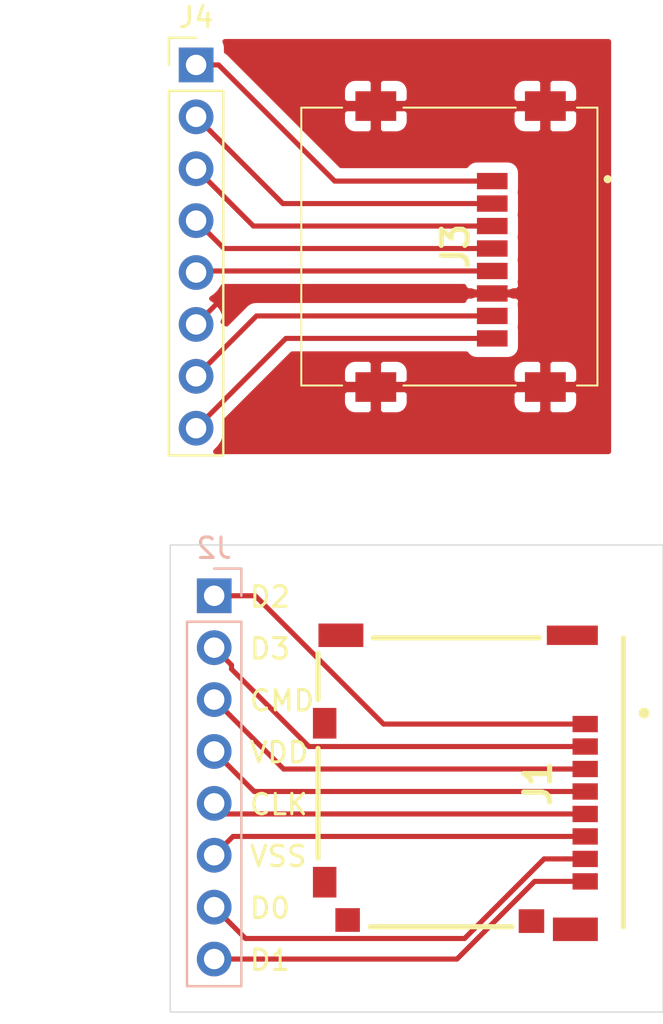
<source format=kicad_pcb>
(kicad_pcb (version 20171130) (host pcbnew "(5.1.5)-3")

  (general
    (thickness 1.6)
    (drawings 12)
    (tracks 43)
    (zones 0)
    (modules 4)
    (nets 17)
  )

  (page A4)
  (layers
    (0 F.Cu signal)
    (31 B.Cu signal)
    (32 B.Adhes user)
    (33 F.Adhes user)
    (34 B.Paste user)
    (35 F.Paste user)
    (36 B.SilkS user)
    (37 F.SilkS user)
    (38 B.Mask user)
    (39 F.Mask user)
    (40 Dwgs.User user)
    (41 Cmts.User user)
    (42 Eco1.User user)
    (43 Eco2.User user)
    (44 Edge.Cuts user)
    (45 Margin user)
    (46 B.CrtYd user)
    (47 F.CrtYd user)
    (48 B.Fab user)
    (49 F.Fab user)
  )

  (setup
    (last_trace_width 0.25)
    (trace_clearance 0.2)
    (zone_clearance 0.508)
    (zone_45_only no)
    (trace_min 0.2)
    (via_size 0.8)
    (via_drill 0.4)
    (via_min_size 0.4)
    (via_min_drill 0.3)
    (uvia_size 0.3)
    (uvia_drill 0.1)
    (uvias_allowed no)
    (uvia_min_size 0.2)
    (uvia_min_drill 0.1)
    (edge_width 0.05)
    (segment_width 0.2)
    (pcb_text_width 0.3)
    (pcb_text_size 1.5 1.5)
    (mod_edge_width 0.12)
    (mod_text_size 1 1)
    (mod_text_width 0.15)
    (pad_size 1.524 1.524)
    (pad_drill 0.762)
    (pad_to_mask_clearance 0.051)
    (solder_mask_min_width 0.25)
    (aux_axis_origin 0 0)
    (visible_elements 7FFFFFFF)
    (pcbplotparams
      (layerselection 0x010fc_ffffffff)
      (usegerberextensions false)
      (usegerberattributes false)
      (usegerberadvancedattributes false)
      (creategerberjobfile false)
      (excludeedgelayer true)
      (linewidth 0.100000)
      (plotframeref false)
      (viasonmask false)
      (mode 1)
      (useauxorigin false)
      (hpglpennumber 1)
      (hpglpenspeed 20)
      (hpglpendiameter 15.000000)
      (psnegative false)
      (psa4output false)
      (plotreference true)
      (plotvalue true)
      (plotinvisibletext false)
      (padsonsilk false)
      (subtractmaskfromsilk false)
      (outputformat 1)
      (mirror false)
      (drillshape 1)
      (scaleselection 1)
      (outputdirectory ""))
  )

  (net 0 "")
  (net 1 "Net-(J1-Pad8)")
  (net 2 "Net-(J1-Pad7)")
  (net 3 "Net-(J1-Pad6)")
  (net 4 "Net-(J1-Pad5)")
  (net 5 "Net-(J1-Pad4)")
  (net 6 "Net-(J1-Pad3)")
  (net 7 "Net-(J1-Pad2)")
  (net 8 "Net-(J1-Pad1)")
  (net 9 "Net-(J3-Pad10)")
  (net 10 "Net-(J3-Pad8)")
  (net 11 "Net-(J3-Pad7)")
  (net 12 "Net-(J3-Pad5)")
  (net 13 "Net-(J3-Pad4)")
  (net 14 "Net-(J3-Pad3)")
  (net 15 "Net-(J3-Pad2)")
  (net 16 "Net-(J3-Pad1)")

  (net_class Default "This is the default net class."
    (clearance 0.2)
    (trace_width 0.25)
    (via_dia 0.8)
    (via_drill 0.4)
    (uvia_dia 0.3)
    (uvia_drill 0.1)
    (add_net "Net-(J1-Pad1)")
    (add_net "Net-(J1-Pad2)")
    (add_net "Net-(J1-Pad3)")
    (add_net "Net-(J1-Pad4)")
    (add_net "Net-(J1-Pad5)")
    (add_net "Net-(J1-Pad6)")
    (add_net "Net-(J1-Pad7)")
    (add_net "Net-(J1-Pad8)")
    (add_net "Net-(J3-Pad1)")
    (add_net "Net-(J3-Pad10)")
    (add_net "Net-(J3-Pad2)")
    (add_net "Net-(J3-Pad3)")
    (add_net "Net-(J3-Pad4)")
    (add_net "Net-(J3-Pad5)")
    (add_net "Net-(J3-Pad7)")
    (add_net "Net-(J3-Pad8)")
  )

  (module Connector_PinHeader_2.54mm:PinHeader_1x08_P2.54mm_Vertical (layer F.Cu) (tedit 59FED5CC) (tstamp 5FCE4AC8)
    (at 134.62 45.72)
    (descr "Through hole straight pin header, 1x08, 2.54mm pitch, single row")
    (tags "Through hole pin header THT 1x08 2.54mm single row")
    (path /5FCE6DD9)
    (fp_text reference J4 (at 0 -2.33) (layer F.SilkS)
      (effects (font (size 1 1) (thickness 0.15)))
    )
    (fp_text value Conn_01x08_MountingPin (at 0 20.11) (layer F.Fab)
      (effects (font (size 1 1) (thickness 0.15)))
    )
    (fp_text user %R (at 0 8.89 90) (layer F.Fab)
      (effects (font (size 1 1) (thickness 0.15)))
    )
    (fp_line (start 1.8 -1.8) (end -1.8 -1.8) (layer F.CrtYd) (width 0.05))
    (fp_line (start 1.8 19.55) (end 1.8 -1.8) (layer F.CrtYd) (width 0.05))
    (fp_line (start -1.8 19.55) (end 1.8 19.55) (layer F.CrtYd) (width 0.05))
    (fp_line (start -1.8 -1.8) (end -1.8 19.55) (layer F.CrtYd) (width 0.05))
    (fp_line (start -1.33 -1.33) (end 0 -1.33) (layer F.SilkS) (width 0.12))
    (fp_line (start -1.33 0) (end -1.33 -1.33) (layer F.SilkS) (width 0.12))
    (fp_line (start -1.33 1.27) (end 1.33 1.27) (layer F.SilkS) (width 0.12))
    (fp_line (start 1.33 1.27) (end 1.33 19.11) (layer F.SilkS) (width 0.12))
    (fp_line (start -1.33 1.27) (end -1.33 19.11) (layer F.SilkS) (width 0.12))
    (fp_line (start -1.33 19.11) (end 1.33 19.11) (layer F.SilkS) (width 0.12))
    (fp_line (start -1.27 -0.635) (end -0.635 -1.27) (layer F.Fab) (width 0.1))
    (fp_line (start -1.27 19.05) (end -1.27 -0.635) (layer F.Fab) (width 0.1))
    (fp_line (start 1.27 19.05) (end -1.27 19.05) (layer F.Fab) (width 0.1))
    (fp_line (start 1.27 -1.27) (end 1.27 19.05) (layer F.Fab) (width 0.1))
    (fp_line (start -0.635 -1.27) (end 1.27 -1.27) (layer F.Fab) (width 0.1))
    (pad 8 thru_hole oval (at 0 17.78) (size 1.7 1.7) (drill 1) (layers *.Cu *.Mask)
      (net 10 "Net-(J3-Pad8)"))
    (pad 7 thru_hole oval (at 0 15.24) (size 1.7 1.7) (drill 1) (layers *.Cu *.Mask)
      (net 11 "Net-(J3-Pad7)"))
    (pad 6 thru_hole oval (at 0 12.7) (size 1.7 1.7) (drill 1) (layers *.Cu *.Mask)
      (net 9 "Net-(J3-Pad10)"))
    (pad 5 thru_hole oval (at 0 10.16) (size 1.7 1.7) (drill 1) (layers *.Cu *.Mask)
      (net 12 "Net-(J3-Pad5)"))
    (pad 4 thru_hole oval (at 0 7.62) (size 1.7 1.7) (drill 1) (layers *.Cu *.Mask)
      (net 13 "Net-(J3-Pad4)"))
    (pad 3 thru_hole oval (at 0 5.08) (size 1.7 1.7) (drill 1) (layers *.Cu *.Mask)
      (net 14 "Net-(J3-Pad3)"))
    (pad 2 thru_hole oval (at 0 2.54) (size 1.7 1.7) (drill 1) (layers *.Cu *.Mask)
      (net 15 "Net-(J3-Pad2)"))
    (pad 1 thru_hole rect (at 0 0) (size 1.7 1.7) (drill 1) (layers *.Cu *.Mask)
      (net 16 "Net-(J3-Pad1)"))
    (model ${KISYS3DMOD}/Connector_PinHeader_2.54mm.3dshapes/PinHeader_1x08_P2.54mm_Vertical.wrl
      (at (xyz 0 0 0))
      (scale (xyz 1 1 1))
      (rotate (xyz 0 0 0))
    )
  )

  (module 47219-2001:472192001 (layer F.Cu) (tedit 5FCDFAD7) (tstamp 5FCE485C)
    (at 147.32 54.61 90)
    (descr 47219-2001)
    (tags Connector)
    (path /5FCE401E)
    (attr smd)
    (fp_text reference J3 (at 0 0 90) (layer F.SilkS)
      (effects (font (size 1.27 1.27) (thickness 0.254)))
    )
    (fp_text value 47219-2001 (at 0 0 90) (layer F.SilkS) hide
      (effects (font (size 1.27 1.27) (thickness 0.254)))
    )
    (fp_arc (start 3.3 7.45) (end 3.4 7.45) (angle 180) (layer F.SilkS) (width 0.2))
    (fp_arc (start 3.3 7.45) (end 3.2 7.45) (angle 180) (layer F.SilkS) (width 0.2))
    (fp_line (start 3.4 7.45) (end 3.4 7.45) (layer F.SilkS) (width 0.2))
    (fp_line (start 3.2 7.45) (end 3.2 7.45) (layer F.SilkS) (width 0.2))
    (fp_line (start 6.8 6.95) (end 6.8 5.95) (layer F.SilkS) (width 0.1))
    (fp_line (start -6.8 6.95) (end 6.8 6.95) (layer F.SilkS) (width 0.1))
    (fp_line (start -6.8 5.95) (end -6.8 6.95) (layer F.SilkS) (width 0.1))
    (fp_line (start 6.8 -2.55) (end 6.8 2.95) (layer F.SilkS) (width 0.1))
    (fp_line (start -6.8 -2.55) (end -6.8 2.95) (layer F.SilkS) (width 0.1))
    (fp_line (start 6.8 -6.05) (end 6.8 -5.55) (layer F.SilkS) (width 0.1))
    (fp_line (start -6.8 -6.05) (end -6.8 -5.55) (layer F.SilkS) (width 0.1))
    (fp_line (start 6.8 -7.55) (end 6.8 -6.05) (layer F.SilkS) (width 0.1))
    (fp_line (start -6.8 -7.55) (end 6.8 -7.55) (layer F.SilkS) (width 0.1))
    (fp_line (start -6.8 -6.05) (end -6.8 -7.55) (layer F.SilkS) (width 0.1))
    (fp_line (start -8.6 8.55) (end -8.6 -8.55) (layer Dwgs.User) (width 0.1))
    (fp_line (start 8.6 8.55) (end -8.6 8.55) (layer Dwgs.User) (width 0.1))
    (fp_line (start 8.6 -8.55) (end 8.6 8.55) (layer Dwgs.User) (width 0.1))
    (fp_line (start -8.6 -8.55) (end 8.6 -8.55) (layer Dwgs.User) (width 0.1))
    (fp_line (start -6.8 6.95) (end -6.8 -7.55) (layer Dwgs.User) (width 0.2))
    (fp_line (start 6.8 6.95) (end -6.8 6.95) (layer Dwgs.User) (width 0.2))
    (fp_line (start 6.8 -7.55) (end 6.8 6.95) (layer Dwgs.User) (width 0.2))
    (fp_line (start -6.8 -7.55) (end 6.8 -7.55) (layer Dwgs.User) (width 0.2))
    (pad 12 smd rect (at 6.875 4.4 90) (size 1.45 2) (layers F.Cu F.Paste F.Mask)
      (net 9 "Net-(J3-Pad10)"))
    (pad 11 smd rect (at 6.875 -3.9 90) (size 1.45 2) (layers F.Cu F.Paste F.Mask)
      (net 9 "Net-(J3-Pad10)"))
    (pad 10 smd rect (at -6.875 -3.9 90) (size 1.45 2) (layers F.Cu F.Paste F.Mask)
      (net 9 "Net-(J3-Pad10)"))
    (pad 9 smd rect (at -6.875 4.4 90) (size 1.45 2) (layers F.Cu F.Paste F.Mask)
      (net 9 "Net-(J3-Pad10)"))
    (pad 8 smd rect (at -4.495 1.8 90) (size 0.8 1.5) (layers F.Cu F.Paste F.Mask)
      (net 10 "Net-(J3-Pad8)"))
    (pad 7 smd rect (at -3.395 1.8 90) (size 0.8 1.5) (layers F.Cu F.Paste F.Mask)
      (net 11 "Net-(J3-Pad7)"))
    (pad 6 smd rect (at -2.295 1.8 90) (size 0.8 1.5) (layers F.Cu F.Paste F.Mask)
      (net 9 "Net-(J3-Pad10)"))
    (pad 5 smd rect (at -1.195 1.8 90) (size 0.8 1.5) (layers F.Cu F.Paste F.Mask)
      (net 12 "Net-(J3-Pad5)"))
    (pad 4 smd rect (at -0.095 1.8 90) (size 0.8 1.5) (layers F.Cu F.Paste F.Mask)
      (net 13 "Net-(J3-Pad4)"))
    (pad 3 smd rect (at 1.005 1.8 90) (size 0.8 1.5) (layers F.Cu F.Paste F.Mask)
      (net 14 "Net-(J3-Pad3)"))
    (pad 2 smd rect (at 2.105 1.8 90) (size 0.8 1.5) (layers F.Cu F.Paste F.Mask)
      (net 15 "Net-(J3-Pad2)"))
    (pad 1 smd rect (at 3.205 1.8 90) (size 0.8 1.5) (layers F.Cu F.Paste F.Mask)
      (net 16 "Net-(J3-Pad1)"))
  )

  (module Connector_PinHeader_2.54mm:PinHeader_1x08_P2.54mm_Vertical (layer B.Cu) (tedit 59FED5CC) (tstamp 5FCE4374)
    (at 135.505001 71.70091 180)
    (descr "Through hole straight pin header, 1x08, 2.54mm pitch, single row")
    (tags "Through hole pin header THT 1x08 2.54mm single row")
    (path /5FCDEE52)
    (fp_text reference J2 (at 0 2.33) (layer B.SilkS)
      (effects (font (size 1 1) (thickness 0.15)) (justify mirror))
    )
    (fp_text value Conn_01x08_MountingPin (at 0 -20.11) (layer B.Fab)
      (effects (font (size 1 1) (thickness 0.15)) (justify mirror))
    )
    (fp_text user %R (at 0 -8.89 270) (layer B.Fab)
      (effects (font (size 1 1) (thickness 0.15)) (justify mirror))
    )
    (fp_line (start 1.8 1.8) (end -1.8 1.8) (layer B.CrtYd) (width 0.05))
    (fp_line (start 1.8 -19.55) (end 1.8 1.8) (layer B.CrtYd) (width 0.05))
    (fp_line (start -1.8 -19.55) (end 1.8 -19.55) (layer B.CrtYd) (width 0.05))
    (fp_line (start -1.8 1.8) (end -1.8 -19.55) (layer B.CrtYd) (width 0.05))
    (fp_line (start -1.33 1.33) (end 0 1.33) (layer B.SilkS) (width 0.12))
    (fp_line (start -1.33 0) (end -1.33 1.33) (layer B.SilkS) (width 0.12))
    (fp_line (start -1.33 -1.27) (end 1.33 -1.27) (layer B.SilkS) (width 0.12))
    (fp_line (start 1.33 -1.27) (end 1.33 -19.11) (layer B.SilkS) (width 0.12))
    (fp_line (start -1.33 -1.27) (end -1.33 -19.11) (layer B.SilkS) (width 0.12))
    (fp_line (start -1.33 -19.11) (end 1.33 -19.11) (layer B.SilkS) (width 0.12))
    (fp_line (start -1.27 0.635) (end -0.635 1.27) (layer B.Fab) (width 0.1))
    (fp_line (start -1.27 -19.05) (end -1.27 0.635) (layer B.Fab) (width 0.1))
    (fp_line (start 1.27 -19.05) (end -1.27 -19.05) (layer B.Fab) (width 0.1))
    (fp_line (start 1.27 1.27) (end 1.27 -19.05) (layer B.Fab) (width 0.1))
    (fp_line (start -0.635 1.27) (end 1.27 1.27) (layer B.Fab) (width 0.1))
    (pad 8 thru_hole oval (at 0 -17.78 180) (size 1.7 1.7) (drill 1) (layers *.Cu *.Mask)
      (net 1 "Net-(J1-Pad8)"))
    (pad 7 thru_hole oval (at 0 -15.24 180) (size 1.7 1.7) (drill 1) (layers *.Cu *.Mask)
      (net 2 "Net-(J1-Pad7)"))
    (pad 6 thru_hole oval (at 0 -12.7 180) (size 1.7 1.7) (drill 1) (layers *.Cu *.Mask)
      (net 3 "Net-(J1-Pad6)"))
    (pad 5 thru_hole oval (at 0 -10.16 180) (size 1.7 1.7) (drill 1) (layers *.Cu *.Mask)
      (net 4 "Net-(J1-Pad5)"))
    (pad 4 thru_hole oval (at 0 -7.62 180) (size 1.7 1.7) (drill 1) (layers *.Cu *.Mask)
      (net 5 "Net-(J1-Pad4)"))
    (pad 3 thru_hole oval (at 0 -5.08 180) (size 1.7 1.7) (drill 1) (layers *.Cu *.Mask)
      (net 6 "Net-(J1-Pad3)"))
    (pad 2 thru_hole oval (at 0 -2.54 180) (size 1.7 1.7) (drill 1) (layers *.Cu *.Mask)
      (net 7 "Net-(J1-Pad2)"))
    (pad 1 thru_hole rect (at 0 0 180) (size 1.7 1.7) (drill 1) (layers *.Cu *.Mask)
      (net 8 "Net-(J1-Pad1)"))
    (model ${KISYS3DMOD}/Connector_PinHeader_2.54mm.3dshapes/PinHeader_1x08_P2.54mm_Vertical.wrl
      (at (xyz 0 0 0))
      (scale (xyz 1 1 1))
      (rotate (xyz 0 0 0))
    )
  )

  (module 503182-1852:5031821852 (layer F.Cu) (tedit 5FCDEA1F) (tstamp 5FCE40DD)
    (at 153.04 80.83 270)
    (descr 5031821852)
    (tags Connector)
    (path /5FCDEBCF)
    (attr smd)
    (fp_text reference J1 (at 0.058 1.685 90) (layer F.SilkS)
      (effects (font (size 1.27 1.27) (thickness 0.254)))
    )
    (fp_text value 503182-1852 (at 0.058 1.685 90) (layer F.SilkS) hide
      (effects (font (size 1.27 1.27) (thickness 0.254)))
    )
    (fp_circle (center -3.388 -3.517) (end -3.52809 -3.517) (layer F.SilkS) (width 0.254))
    (fp_line (start -6.3 12.45) (end -4.055 12.45) (layer F.SilkS) (width 0.254))
    (fp_line (start -1.654 12.45) (end 3.704 12.45) (layer F.SilkS) (width 0.254))
    (fp_line (start 7.07 2.952) (end 7.07 9.889) (layer F.SilkS) (width 0.254))
    (fp_line (start -7.07 1.618) (end -7.07 9.733) (layer F.SilkS) (width 0.254))
    (fp_line (start -7.07 -2.5) (end 7.07 -2.5) (layer F.SilkS) (width 0.254))
    (fp_line (start -7.07 12.45) (end -7.07 -2.5) (layer Dwgs.User) (width 0.254))
    (fp_line (start 7.07 12.45) (end -7.07 12.45) (layer Dwgs.User) (width 0.254))
    (fp_line (start 7.07 -2.5) (end 7.07 12.45) (layer Dwgs.User) (width 0.254))
    (fp_line (start -7.07 -2.5) (end 7.07 -2.5) (layer Dwgs.User) (width 0.254))
    (pad 15 smd rect (at -7.195 11.33 270) (size 1.15 2.2) (layers F.Cu F.Paste F.Mask))
    (pad 14 smd rect (at -2.89 12.125) (size 1.15 1.5) (layers F.Cu F.Paste F.Mask))
    (pad 13 smd rect (at 4.89 12.125) (size 1.15 1.5) (layers F.Cu F.Paste F.Mask))
    (pad 12 smd rect (at 6.74 11 270) (size 1.16 1.2) (layers F.Cu F.Paste F.Mask))
    (pad 11 smd rect (at 6.795 2 270) (size 1.16 1.25) (layers F.Cu F.Paste F.Mask))
    (pad 10 smd rect (at 7.195 -0.15 270) (size 1.15 2.2) (layers F.Cu F.Paste F.Mask))
    (pad 9 smd rect (at -7.195 0 270) (size 0.95 2.5) (layers F.Cu F.Paste F.Mask))
    (pad 8 smd rect (at 4.85 -0.63 270) (size 0.8 1.24) (layers F.Cu F.Paste F.Mask)
      (net 1 "Net-(J1-Pad8)"))
    (pad 7 smd rect (at 3.75 -0.63 270) (size 0.8 1.24) (layers F.Cu F.Paste F.Mask)
      (net 2 "Net-(J1-Pad7)"))
    (pad 6 smd rect (at 2.65 -0.63 270) (size 0.8 1.24) (layers F.Cu F.Paste F.Mask)
      (net 3 "Net-(J1-Pad6)"))
    (pad 5 smd rect (at 1.55 -0.63 270) (size 0.8 1.24) (layers F.Cu F.Paste F.Mask)
      (net 4 "Net-(J1-Pad5)"))
    (pad 4 smd rect (at 0.45 -0.63 270) (size 0.8 1.24) (layers F.Cu F.Paste F.Mask)
      (net 5 "Net-(J1-Pad4)"))
    (pad 3 smd rect (at -0.65 -0.63 270) (size 0.8 1.24) (layers F.Cu F.Paste F.Mask)
      (net 6 "Net-(J1-Pad3)"))
    (pad 2 smd rect (at -1.75 -0.63 270) (size 0.8 1.24) (layers F.Cu F.Paste F.Mask)
      (net 7 "Net-(J1-Pad2)"))
    (pad 1 smd rect (at -2.85 -0.63 270) (size 0.8 1.24) (layers F.Cu F.Paste F.Mask)
      (net 8 "Net-(J1-Pad1)"))
  )

  (gr_text D2 (at 137.16 71.755) (layer F.SilkS)
    (effects (font (size 1 1) (thickness 0.15)) (justify left))
  )
  (gr_text D3 (at 137.16 74.295) (layer F.SilkS)
    (effects (font (size 1 1) (thickness 0.15)) (justify left))
  )
  (gr_text CMD (at 137.16 76.835) (layer F.SilkS)
    (effects (font (size 1 1) (thickness 0.15)) (justify left))
  )
  (gr_text VDD (at 137.16 79.375) (layer F.SilkS)
    (effects (font (size 1 1) (thickness 0.15)) (justify left))
  )
  (gr_text CLK (at 137.16 81.915) (layer F.SilkS)
    (effects (font (size 1 1) (thickness 0.15)) (justify left))
  )
  (gr_text VSS (at 137.16 84.455) (layer F.SilkS)
    (effects (font (size 1 1) (thickness 0.15)) (justify left))
  )
  (gr_text D0 (at 137.16 86.995) (layer F.SilkS)
    (effects (font (size 1 1) (thickness 0.15)) (justify left))
  )
  (gr_text D1 (at 137.16 89.535) (layer F.SilkS)
    (effects (font (size 1 1) (thickness 0.15)) (justify left))
  )
  (gr_line (start 133.35 92.075) (end 133.35 69.215) (layer Edge.Cuts) (width 0.05) (tstamp 5FCE4321))
  (gr_line (start 157.48 92.075) (end 133.35 92.075) (layer Edge.Cuts) (width 0.05))
  (gr_line (start 157.48 69.215) (end 157.48 92.075) (layer Edge.Cuts) (width 0.05))
  (gr_line (start 133.35 69.215) (end 157.48 69.215) (layer Edge.Cuts) (width 0.05))

  (segment (start 152.8 85.68) (end 153.67 85.68) (width 0.25) (layer F.Cu) (net 1))
  (segment (start 147.394088 89.48091) (end 151.194998 85.68) (width 0.25) (layer F.Cu) (net 1))
  (segment (start 151.194998 85.68) (end 152.8 85.68) (width 0.25) (layer F.Cu) (net 1))
  (segment (start 135.505001 89.48091) (end 147.394088 89.48091) (width 0.25) (layer F.Cu) (net 1))
  (segment (start 151.658588 84.58) (end 152.8 84.58) (width 0.25) (layer F.Cu) (net 2))
  (segment (start 147.763587 88.475001) (end 151.658588 84.58) (width 0.25) (layer F.Cu) (net 2))
  (segment (start 137.039092 88.475001) (end 147.763587 88.475001) (width 0.25) (layer F.Cu) (net 2))
  (segment (start 152.8 84.58) (end 153.67 84.58) (width 0.25) (layer F.Cu) (net 2))
  (segment (start 135.505001 86.94091) (end 137.039092 88.475001) (width 0.25) (layer F.Cu) (net 2))
  (segment (start 136.425911 83.48) (end 153.67 83.48) (width 0.25) (layer F.Cu) (net 3))
  (segment (start 135.505001 84.40091) (end 136.425911 83.48) (width 0.25) (layer F.Cu) (net 3))
  (segment (start 136.024091 82.38) (end 135.505001 81.86091) (width 0.25) (layer F.Cu) (net 4))
  (segment (start 153.67 82.38) (end 136.024091 82.38) (width 0.25) (layer F.Cu) (net 4))
  (segment (start 137.464091 81.28) (end 135.505001 79.32091) (width 0.25) (layer F.Cu) (net 5))
  (segment (start 153.67 81.28) (end 137.464091 81.28) (width 0.25) (layer F.Cu) (net 5))
  (segment (start 138.904091 80.18) (end 135.505001 76.78091) (width 0.25) (layer F.Cu) (net 6))
  (segment (start 153.67 80.18) (end 138.904091 80.18) (width 0.25) (layer F.Cu) (net 6))
  (segment (start 136.355 75.090909) (end 135.505001 74.24091) (width 0.25) (layer F.Cu) (net 7))
  (segment (start 136.355 75.290002) (end 136.355 75.090909) (width 0.25) (layer F.Cu) (net 7))
  (segment (start 140.144998 79.08) (end 136.355 75.290002) (width 0.25) (layer F.Cu) (net 7))
  (segment (start 153.67 79.08) (end 140.144998 79.08) (width 0.25) (layer F.Cu) (net 7))
  (segment (start 137.515908 71.70091) (end 136.605001 71.70091) (width 0.25) (layer F.Cu) (net 8))
  (segment (start 143.794998 77.98) (end 137.515908 71.70091) (width 0.25) (layer F.Cu) (net 8))
  (segment (start 136.605001 71.70091) (end 135.505001 71.70091) (width 0.25) (layer F.Cu) (net 8))
  (segment (start 153.67 77.98) (end 143.794998 77.98) (width 0.25) (layer F.Cu) (net 8))
  (segment (start 136.135 56.905) (end 134.62 58.42) (width 0.25) (layer F.Cu) (net 9))
  (segment (start 149.12 56.905) (end 136.135 56.905) (width 0.25) (layer F.Cu) (net 9))
  (segment (start 139.015 59.105) (end 134.62 63.5) (width 0.25) (layer F.Cu) (net 10))
  (segment (start 149.12 59.105) (end 139.015 59.105) (width 0.25) (layer F.Cu) (net 10))
  (segment (start 137.575 58.005) (end 134.62 60.96) (width 0.25) (layer F.Cu) (net 11))
  (segment (start 149.12 58.005) (end 137.575 58.005) (width 0.25) (layer F.Cu) (net 11))
  (segment (start 134.695 55.805) (end 134.62 55.88) (width 0.25) (layer F.Cu) (net 12))
  (segment (start 149.12 55.805) (end 134.695 55.805) (width 0.25) (layer F.Cu) (net 12))
  (segment (start 135.985 54.705) (end 149.12 54.705) (width 0.25) (layer F.Cu) (net 13))
  (segment (start 134.62 53.34) (end 135.985 54.705) (width 0.25) (layer F.Cu) (net 13))
  (segment (start 137.425 53.605) (end 149.12 53.605) (width 0.25) (layer F.Cu) (net 14))
  (segment (start 134.62 50.8) (end 137.425 53.605) (width 0.25) (layer F.Cu) (net 14))
  (segment (start 138.865 52.505) (end 149.12 52.505) (width 0.25) (layer F.Cu) (net 15))
  (segment (start 134.62 48.26) (end 138.865 52.505) (width 0.25) (layer F.Cu) (net 15))
  (segment (start 148.12 51.405) (end 149.12 51.405) (width 0.25) (layer F.Cu) (net 16))
  (segment (start 141.405 51.405) (end 148.12 51.405) (width 0.25) (layer F.Cu) (net 16))
  (segment (start 135.72 45.72) (end 141.405 51.405) (width 0.25) (layer F.Cu) (net 16))
  (segment (start 134.62 45.72) (end 135.72 45.72) (width 0.25) (layer F.Cu) (net 16))

  (zone (net 9) (net_name "Net-(J3-Pad10)") (layer F.Cu) (tstamp 0) (hatch edge 0.508)
    (connect_pads (clearance 0.508))
    (min_thickness 0.254)
    (fill yes (arc_segments 32) (thermal_gap 0.508) (thermal_bridge_width 0.508))
    (polygon
      (pts
        (xy 154.94 64.77) (xy 134.62 64.77) (xy 134.62 44.45) (xy 154.94 44.45)
      )
    )
    (filled_polygon
      (pts
        (xy 154.813 64.643) (xy 135.577107 64.643) (xy 135.773475 64.446632) (xy 135.93599 64.203411) (xy 136.047932 63.933158)
        (xy 136.105 63.64626) (xy 136.105 63.35374) (xy 136.061209 63.133592) (xy 136.984801 62.21) (xy 141.781928 62.21)
        (xy 141.794188 62.334482) (xy 141.830498 62.45418) (xy 141.889463 62.564494) (xy 141.968815 62.661185) (xy 142.065506 62.740537)
        (xy 142.17582 62.799502) (xy 142.295518 62.835812) (xy 142.42 62.848072) (xy 143.13425 62.845) (xy 143.293 62.68625)
        (xy 143.293 61.612) (xy 143.547 61.612) (xy 143.547 62.68625) (xy 143.70575 62.845) (xy 144.42 62.848072)
        (xy 144.544482 62.835812) (xy 144.66418 62.799502) (xy 144.774494 62.740537) (xy 144.871185 62.661185) (xy 144.950537 62.564494)
        (xy 145.009502 62.45418) (xy 145.045812 62.334482) (xy 145.058072 62.21) (xy 150.081928 62.21) (xy 150.094188 62.334482)
        (xy 150.130498 62.45418) (xy 150.189463 62.564494) (xy 150.268815 62.661185) (xy 150.365506 62.740537) (xy 150.47582 62.799502)
        (xy 150.595518 62.835812) (xy 150.72 62.848072) (xy 151.43425 62.845) (xy 151.593 62.68625) (xy 151.593 61.612)
        (xy 151.847 61.612) (xy 151.847 62.68625) (xy 152.00575 62.845) (xy 152.72 62.848072) (xy 152.844482 62.835812)
        (xy 152.96418 62.799502) (xy 153.074494 62.740537) (xy 153.171185 62.661185) (xy 153.250537 62.564494) (xy 153.309502 62.45418)
        (xy 153.345812 62.334482) (xy 153.358072 62.21) (xy 153.355 61.77075) (xy 153.19625 61.612) (xy 151.847 61.612)
        (xy 151.593 61.612) (xy 150.24375 61.612) (xy 150.085 61.77075) (xy 150.081928 62.21) (xy 145.058072 62.21)
        (xy 145.055 61.77075) (xy 144.89625 61.612) (xy 143.547 61.612) (xy 143.293 61.612) (xy 141.94375 61.612)
        (xy 141.785 61.77075) (xy 141.781928 62.21) (xy 136.984801 62.21) (xy 138.434801 60.76) (xy 141.781928 60.76)
        (xy 141.785 61.19925) (xy 141.94375 61.358) (xy 143.293 61.358) (xy 143.293 60.28375) (xy 143.547 60.28375)
        (xy 143.547 61.358) (xy 144.89625 61.358) (xy 145.055 61.19925) (xy 145.058072 60.76) (xy 150.081928 60.76)
        (xy 150.085 61.19925) (xy 150.24375 61.358) (xy 151.593 61.358) (xy 151.593 60.28375) (xy 151.847 60.28375)
        (xy 151.847 61.358) (xy 153.19625 61.358) (xy 153.355 61.19925) (xy 153.358072 60.76) (xy 153.345812 60.635518)
        (xy 153.309502 60.51582) (xy 153.250537 60.405506) (xy 153.171185 60.308815) (xy 153.074494 60.229463) (xy 152.96418 60.170498)
        (xy 152.844482 60.134188) (xy 152.72 60.121928) (xy 152.00575 60.125) (xy 151.847 60.28375) (xy 151.593 60.28375)
        (xy 151.43425 60.125) (xy 150.72 60.121928) (xy 150.595518 60.134188) (xy 150.47582 60.170498) (xy 150.365506 60.229463)
        (xy 150.268815 60.308815) (xy 150.189463 60.405506) (xy 150.130498 60.51582) (xy 150.094188 60.635518) (xy 150.081928 60.76)
        (xy 145.058072 60.76) (xy 145.045812 60.635518) (xy 145.009502 60.51582) (xy 144.950537 60.405506) (xy 144.871185 60.308815)
        (xy 144.774494 60.229463) (xy 144.66418 60.170498) (xy 144.544482 60.134188) (xy 144.42 60.121928) (xy 143.70575 60.125)
        (xy 143.547 60.28375) (xy 143.293 60.28375) (xy 143.13425 60.125) (xy 142.42 60.121928) (xy 142.295518 60.134188)
        (xy 142.17582 60.170498) (xy 142.065506 60.229463) (xy 141.968815 60.308815) (xy 141.889463 60.405506) (xy 141.830498 60.51582)
        (xy 141.794188 60.635518) (xy 141.781928 60.76) (xy 138.434801 60.76) (xy 139.329802 59.865) (xy 147.843982 59.865)
        (xy 147.918815 59.956185) (xy 148.015506 60.035537) (xy 148.12582 60.094502) (xy 148.245518 60.130812) (xy 148.37 60.143072)
        (xy 149.87 60.143072) (xy 149.994482 60.130812) (xy 150.11418 60.094502) (xy 150.224494 60.035537) (xy 150.321185 59.956185)
        (xy 150.400537 59.859494) (xy 150.459502 59.74918) (xy 150.495812 59.629482) (xy 150.508072 59.505) (xy 150.508072 58.705)
        (xy 150.495812 58.580518) (xy 150.488071 58.555) (xy 150.495812 58.529482) (xy 150.508072 58.405) (xy 150.508072 57.605)
        (xy 150.495812 57.480518) (xy 150.488071 57.455) (xy 150.495812 57.429482) (xy 150.508072 57.305) (xy 150.505 57.19075)
        (xy 150.34625 57.032) (xy 150.145053 57.032) (xy 150.11418 57.015498) (xy 149.994482 56.979188) (xy 149.87 56.966928)
        (xy 148.37 56.966928) (xy 148.245518 56.979188) (xy 148.12582 57.015498) (xy 148.094947 57.032) (xy 147.89375 57.032)
        (xy 147.735 57.19075) (xy 147.733541 57.245) (xy 137.612322 57.245) (xy 137.574999 57.241324) (xy 137.537676 57.245)
        (xy 137.537667 57.245) (xy 137.426014 57.255997) (xy 137.282753 57.299454) (xy 137.150723 57.370026) (xy 137.067083 57.438668)
        (xy 137.034999 57.464999) (xy 137.011201 57.493997) (xy 136.105 58.400199) (xy 136.105 58.292998) (xy 135.940156 58.292998)
        (xy 136.061476 58.06311) (xy 136.016825 57.915901) (xy 135.891641 57.65308) (xy 135.717588 57.419731) (xy 135.501355 57.224822)
        (xy 135.384466 57.155195) (xy 135.566632 57.033475) (xy 135.773475 56.826632) (xy 135.93599 56.583411) (xy 135.943616 56.565)
        (xy 147.733541 56.565) (xy 147.735 56.61925) (xy 147.89375 56.778) (xy 148.094947 56.778) (xy 148.12582 56.794502)
        (xy 148.245518 56.830812) (xy 148.37 56.843072) (xy 149.87 56.843072) (xy 149.994482 56.830812) (xy 150.11418 56.794502)
        (xy 150.145053 56.778) (xy 150.34625 56.778) (xy 150.505 56.61925) (xy 150.508072 56.505) (xy 150.495812 56.380518)
        (xy 150.488071 56.355) (xy 150.495812 56.329482) (xy 150.508072 56.205) (xy 150.508072 55.405) (xy 150.495812 55.280518)
        (xy 150.488071 55.255) (xy 150.495812 55.229482) (xy 150.508072 55.105) (xy 150.508072 54.305) (xy 150.495812 54.180518)
        (xy 150.488071 54.155) (xy 150.495812 54.129482) (xy 150.508072 54.005) (xy 150.508072 53.205) (xy 150.495812 53.080518)
        (xy 150.488071 53.055) (xy 150.495812 53.029482) (xy 150.508072 52.905) (xy 150.508072 52.105) (xy 150.495812 51.980518)
        (xy 150.488071 51.955) (xy 150.495812 51.929482) (xy 150.508072 51.805) (xy 150.508072 51.005) (xy 150.495812 50.880518)
        (xy 150.459502 50.76082) (xy 150.400537 50.650506) (xy 150.321185 50.553815) (xy 150.224494 50.474463) (xy 150.11418 50.415498)
        (xy 149.994482 50.379188) (xy 149.87 50.366928) (xy 148.37 50.366928) (xy 148.245518 50.379188) (xy 148.12582 50.415498)
        (xy 148.015506 50.474463) (xy 147.918815 50.553815) (xy 147.843982 50.645) (xy 141.719802 50.645) (xy 139.534802 48.46)
        (xy 141.781928 48.46) (xy 141.794188 48.584482) (xy 141.830498 48.70418) (xy 141.889463 48.814494) (xy 141.968815 48.911185)
        (xy 142.065506 48.990537) (xy 142.17582 49.049502) (xy 142.295518 49.085812) (xy 142.42 49.098072) (xy 143.13425 49.095)
        (xy 143.293 48.93625) (xy 143.293 47.862) (xy 143.547 47.862) (xy 143.547 48.93625) (xy 143.70575 49.095)
        (xy 144.42 49.098072) (xy 144.544482 49.085812) (xy 144.66418 49.049502) (xy 144.774494 48.990537) (xy 144.871185 48.911185)
        (xy 144.950537 48.814494) (xy 145.009502 48.70418) (xy 145.045812 48.584482) (xy 145.058072 48.46) (xy 150.081928 48.46)
        (xy 150.094188 48.584482) (xy 150.130498 48.70418) (xy 150.189463 48.814494) (xy 150.268815 48.911185) (xy 150.365506 48.990537)
        (xy 150.47582 49.049502) (xy 150.595518 49.085812) (xy 150.72 49.098072) (xy 151.43425 49.095) (xy 151.593 48.93625)
        (xy 151.593 47.862) (xy 151.847 47.862) (xy 151.847 48.93625) (xy 152.00575 49.095) (xy 152.72 49.098072)
        (xy 152.844482 49.085812) (xy 152.96418 49.049502) (xy 153.074494 48.990537) (xy 153.171185 48.911185) (xy 153.250537 48.814494)
        (xy 153.309502 48.70418) (xy 153.345812 48.584482) (xy 153.358072 48.46) (xy 153.355 48.02075) (xy 153.19625 47.862)
        (xy 151.847 47.862) (xy 151.593 47.862) (xy 150.24375 47.862) (xy 150.085 48.02075) (xy 150.081928 48.46)
        (xy 145.058072 48.46) (xy 145.055 48.02075) (xy 144.89625 47.862) (xy 143.547 47.862) (xy 143.293 47.862)
        (xy 141.94375 47.862) (xy 141.785 48.02075) (xy 141.781928 48.46) (xy 139.534802 48.46) (xy 138.084802 47.01)
        (xy 141.781928 47.01) (xy 141.785 47.44925) (xy 141.94375 47.608) (xy 143.293 47.608) (xy 143.293 46.53375)
        (xy 143.547 46.53375) (xy 143.547 47.608) (xy 144.89625 47.608) (xy 145.055 47.44925) (xy 145.058072 47.01)
        (xy 150.081928 47.01) (xy 150.085 47.44925) (xy 150.24375 47.608) (xy 151.593 47.608) (xy 151.593 46.53375)
        (xy 151.847 46.53375) (xy 151.847 47.608) (xy 153.19625 47.608) (xy 153.355 47.44925) (xy 153.358072 47.01)
        (xy 153.345812 46.885518) (xy 153.309502 46.76582) (xy 153.250537 46.655506) (xy 153.171185 46.558815) (xy 153.074494 46.479463)
        (xy 152.96418 46.420498) (xy 152.844482 46.384188) (xy 152.72 46.371928) (xy 152.00575 46.375) (xy 151.847 46.53375)
        (xy 151.593 46.53375) (xy 151.43425 46.375) (xy 150.72 46.371928) (xy 150.595518 46.384188) (xy 150.47582 46.420498)
        (xy 150.365506 46.479463) (xy 150.268815 46.558815) (xy 150.189463 46.655506) (xy 150.130498 46.76582) (xy 150.094188 46.885518)
        (xy 150.081928 47.01) (xy 145.058072 47.01) (xy 145.045812 46.885518) (xy 145.009502 46.76582) (xy 144.950537 46.655506)
        (xy 144.871185 46.558815) (xy 144.774494 46.479463) (xy 144.66418 46.420498) (xy 144.544482 46.384188) (xy 144.42 46.371928)
        (xy 143.70575 46.375) (xy 143.547 46.53375) (xy 143.293 46.53375) (xy 143.13425 46.375) (xy 142.42 46.371928)
        (xy 142.295518 46.384188) (xy 142.17582 46.420498) (xy 142.065506 46.479463) (xy 141.968815 46.558815) (xy 141.889463 46.655506)
        (xy 141.830498 46.76582) (xy 141.794188 46.885518) (xy 141.781928 47.01) (xy 138.084802 47.01) (xy 136.283804 45.209003)
        (xy 136.260001 45.179999) (xy 136.144276 45.085026) (xy 136.108072 45.065674) (xy 136.108072 44.87) (xy 136.095812 44.745518)
        (xy 136.059502 44.62582) (xy 136.033407 44.577) (xy 154.813 44.577)
      )
    )
    (filled_polygon
      (pts
        (xy 134.767 58.547) (xy 134.747 58.547) (xy 134.747 58.293) (xy 134.767 58.293)
      )
    )
  )
)

</source>
